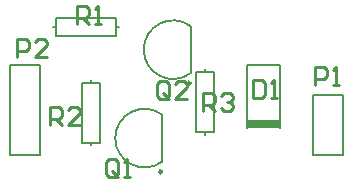
<source format=gto>
G04 Layer_Color=65535*
%FSLAX44Y44*%
%MOMM*%
G71*
G01*
G75*
%ADD19C,0.2500*%
%ADD20C,0.2000*%
%ADD21C,0.2540*%
%ADD22R,2.8000X0.8000*%
D19*
X135400Y8530D02*
G03*
X135400Y8530I-1250J0D01*
G01*
X159530Y83460D02*
G03*
X159530Y83460I-1250J0D01*
G01*
D20*
X135650Y56630D02*
G03*
X135650Y17030I-15000J-19800D01*
G01*
X159780Y131560D02*
G03*
X159780Y91960I-15000J-19800D01*
G01*
X135650Y17030D02*
Y56630D01*
X31750Y22860D02*
Y99060D01*
X6350D02*
X31750D01*
X6350Y22860D02*
Y99060D01*
Y22860D02*
X31750D01*
X171450Y41910D02*
X179070D01*
Y92710D01*
X163830D02*
X179070D01*
X163830Y41910D02*
Y92710D01*
Y41910D02*
X171450D01*
Y92710D02*
Y94996D01*
Y39624D02*
Y41910D01*
X206980Y98660D02*
X234980D01*
Y45660D02*
Y98660D01*
X206980Y45660D02*
Y98660D01*
X96520Y130810D02*
Y138430D01*
X45720D02*
X96520D01*
X45720Y123190D02*
Y138430D01*
Y123190D02*
X96520D01*
Y130810D01*
X43434D02*
X45720D01*
X96520D02*
X98806D01*
X159780Y91960D02*
Y131560D01*
X67310Y83820D02*
X74930D01*
X67310Y33020D02*
Y83820D01*
Y33020D02*
X82550D01*
Y83820D01*
X74930D02*
X82550D01*
X74930Y30734D02*
Y33020D01*
Y83820D02*
Y86106D01*
X262890Y73660D02*
X288290D01*
Y22860D02*
Y73660D01*
X262890Y22860D02*
X288290D01*
X262890D02*
Y73660D01*
D21*
X97787Y6349D02*
Y16506D01*
X95247Y19045D01*
X90169D01*
X87630Y16506D01*
Y6349D01*
X90169Y3810D01*
X95247D01*
X92708Y8888D02*
X97787Y3810D01*
X95247D02*
X97787Y6349D01*
X102865Y3810D02*
X107943D01*
X105404D01*
Y19045D01*
X102865Y16506D01*
X12700Y105410D02*
Y120645D01*
X20317D01*
X22857Y118106D01*
Y113027D01*
X20317Y110488D01*
X12700D01*
X38092Y105410D02*
X27935D01*
X38092Y115567D01*
Y118106D01*
X35553Y120645D01*
X30474D01*
X27935Y118106D01*
X170180Y59690D02*
Y74925D01*
X177798D01*
X180337Y72386D01*
Y67308D01*
X177798Y64768D01*
X170180D01*
X175258D02*
X180337Y59690D01*
X185415Y72386D02*
X187954Y74925D01*
X193033D01*
X195572Y72386D01*
Y69847D01*
X193033Y67308D01*
X190493D01*
X193033D01*
X195572Y64768D01*
Y62229D01*
X193033Y59690D01*
X187954D01*
X185415Y62229D01*
X212090Y86125D02*
Y70890D01*
X219708D01*
X222247Y73429D01*
Y83586D01*
X219708Y86125D01*
X212090D01*
X227325Y70890D02*
X232403D01*
X229864D01*
Y86125D01*
X227325Y83586D01*
X63500Y133350D02*
Y148585D01*
X71118D01*
X73657Y146046D01*
Y140968D01*
X71118Y138428D01*
X63500D01*
X68578D02*
X73657Y133350D01*
X78735D02*
X83813D01*
X81274D01*
Y148585D01*
X78735Y146046D01*
X140967Y72389D02*
Y82546D01*
X138427Y85085D01*
X133349D01*
X130810Y82546D01*
Y72389D01*
X133349Y69850D01*
X138427D01*
X135888Y74928D02*
X140967Y69850D01*
X138427D02*
X140967Y72389D01*
X156202Y69850D02*
X146045D01*
X156202Y80007D01*
Y82546D01*
X153663Y85085D01*
X148584D01*
X146045Y82546D01*
X40640Y48260D02*
Y63495D01*
X48257D01*
X50797Y60956D01*
Y55877D01*
X48257Y53338D01*
X40640D01*
X45718D02*
X50797Y48260D01*
X66032D02*
X55875D01*
X66032Y58417D01*
Y60956D01*
X63493Y63495D01*
X58414D01*
X55875Y60956D01*
X264541Y82169D02*
Y97404D01*
X272159D01*
X274698Y94865D01*
Y89787D01*
X272159Y87247D01*
X264541D01*
X279776Y82169D02*
X284854D01*
X282315D01*
Y97404D01*
X279776Y94865D01*
D22*
X220978Y48664D02*
D03*
M02*

</source>
